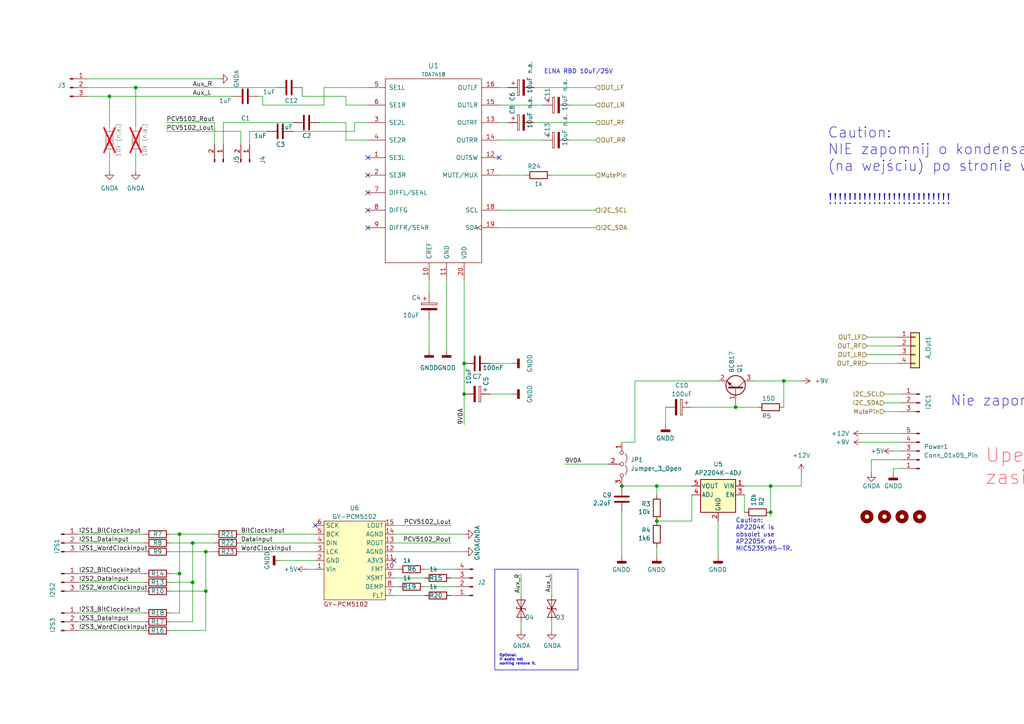
<source format=kicad_sch>
(kicad_sch (version 20230121) (generator eeschema)
  (paper "A4")
  (lib_symbols
    (symbol "Connector:Conn_01x02_Pin" (pin_names (offset 1.016) hide)
      (property "Reference" "J" (at 0 2.54 0))
      (property "Value" "Conn_01x02_Pin" (at 0 -5.08 0))
      (symbol "Conn_01x02_Pin_1_1"
        (polyline (pts (xy 1.27 -2.54) (xy 0.8636 -2.54)) (stroke (width 0.1524)))
        (polyline (pts (xy 1.27 0) (xy 0.8636 0)) (stroke (width 0.1524)))
        (rectangle (start 0.8636 -2.413) (end 0 -2.667) (stroke (width 0.1524)) (fill (type outline)))
        (rectangle (start 0.8636 0.127) (end 0 -0.127) (stroke (width 0.1524)) (fill (type outline)))
        (pin passive line (at 5.08 0 180) (length 3.81) (name "Pin_1") (number "1"))
        (pin passive line (at 5.08 -2.54 180) (length 3.81) (name "Pin_2") (number "2"))
      )
    )
    (symbol "Connector:Conn_01x03_Pin" (pin_names (offset 1.016) hide)
      (property "Reference" "J" (at 0 5.08 0))
      (property "Value" "Conn_01x03_Pin" (at 0 -5.08 0))
      (symbol "Conn_01x03_Pin_1_1"
        (polyline (pts (xy 1.27 -2.54) (xy 0.8636 -2.54)) (stroke (width 0.1524)))
        (polyline (pts (xy 1.27 0) (xy 0.8636 0)) (stroke (width 0.1524)))
        (polyline (pts (xy 1.27 2.54) (xy 0.8636 2.54)) (stroke (width 0.1524)))
        (rectangle (start 0.8636 -2.413) (end 0 -2.667) (stroke (width 0.1524)) (fill (type outline)))
        (rectangle (start 0.8636 0.127) (end 0 -0.127) (stroke (width 0.1524)) (fill (type outline)))
        (rectangle (start 0.8636 2.667) (end 0 2.413) (stroke (width 0.1524)) (fill (type outline)))
        (pin passive line (at 5.08 2.54 180) (length 3.81) (name "Pin_1") (number "1"))
        (pin passive line (at 5.08 0 180) (length 3.81) (name "Pin_2") (number "2"))
        (pin passive line (at 5.08 -2.54 180) (length 3.81) (name "Pin_3") (number "3"))
      )
    )
    (symbol "Connector:Conn_01x04_Pin" (pin_names (offset 1.016) hide)
      (property "Reference" "J" (at 0 5.08 0))
      (property "Value" "Conn_01x04_Pin" (at 0 -7.62 0))
      (symbol "Conn_01x04_Pin_1_1"
        (polyline (pts (xy 1.27 -5.08) (xy 0.8636 -5.08)) (stroke (width 0.1524)))
        (polyline (pts (xy 1.27 -2.54) (xy 0.8636 -2.54)) (stroke (width 0.1524)))
        (polyline (pts (xy 1.27 0) (xy 0.8636 0)) (stroke (width 0.1524)))
        (polyline (pts (xy 1.27 2.54) (xy 0.8636 2.54)) (stroke (width 0.1524)))
        (rectangle (start 0.8636 -4.953) (end 0 -5.207) (stroke (width 0.1524)) (fill (type outline)))
        (rectangle (start 0.8636 -2.413) (end 0 -2.667) (stroke (width 0.1524)) (fill (type outline)))
        (rectangle (start 0.8636 0.127) (end 0 -0.127) (stroke (width 0.1524)) (fill (type outline)))
        (rectangle (start 0.8636 2.667) (end 0 2.413) (stroke (width 0.1524)) (fill (type outline)))
        (pin passive line (at 5.08 2.54 180) (length 3.81) (name "Pin_1") (number "1"))
        (pin passive line (at 5.08 0 180) (length 3.81) (name "Pin_2") (number "2"))
        (pin passive line (at 5.08 -2.54 180) (length 3.81) (name "Pin_3") (number "3"))
        (pin passive line (at 5.08 -5.08 180) (length 3.81) (name "Pin_4") (number "4"))
      )
    )
    (symbol "Connector:Conn_01x05_Pin" (pin_names (offset 1.016) hide)
      (property "Reference" "J" (at 0 7.62 0))
      (property "Value" "Conn_01x05_Pin" (at 0 -7.62 0))
      (symbol "Conn_01x05_Pin_1_1"
        (polyline (pts (xy 1.27 -5.08) (xy 0.8636 -5.08)) (stroke (width 0.1524)))
        (polyline (pts (xy 1.27 -2.54) (xy 0.8636 -2.54)) (stroke (width 0.1524)))
        (polyline (pts (xy 1.27 0) (xy 0.8636 0)) (stroke (width 0.1524)))
        (polyline (pts (xy 1.27 2.54) (xy 0.8636 2.54)) (stroke (width 0.1524)))
        (polyline (pts (xy 1.27 5.08) (xy 0.8636 5.08)) (stroke (width 0.1524)))
        (rectangle (start 0.8636 -4.953) (end 0 -5.207) (stroke (width 0.1524)) (fill (type outline)))
        (rectangle (start 0.8636 -2.413) (end 0 -2.667) (stroke (width 0.1524)) (fill (type outline)))
        (rectangle (start 0.8636 0.127) (end 0 -0.127) (stroke (width 0.1524)) (fill (type outline)))
        (rectangle (start 0.8636 2.667) (end 0 2.413) (stroke (width 0.1524)) (fill (type outline)))
        (rectangle (start 0.8636 5.207) (end 0 4.953) (stroke (width 0.1524)) (fill (type outline)))
        (pin passive line (at 5.08 5.08 180) (length 3.81) (name "Pin_1") (number "1"))
        (pin passive line (at 5.08 2.54 180) (length 3.81) (name "Pin_2") (number "2"))
        (pin passive line (at 5.08 0 180) (length 3.81) (name "Pin_3") (number "3"))
        (pin passive line (at 5.08 -2.54 180) (length 3.81) (name "Pin_4") (number "4"))
        (pin passive line (at 5.08 -5.08 180) (length 3.81) (name "Pin_5") (number "5"))
      )
    )
    (symbol "Connector_Generic:Conn_01x04" (pin_names (offset 1.016) hide)
      (property "Reference" "J" (at 0 5.08 0))
      (property "Value" "Conn_01x04" (at 0 -7.62 0))
      (symbol "Conn_01x04_1_1"
        (rectangle (start -1.27 -4.953) (end 0 -5.207) (stroke (width 0.1524)))
        (rectangle (start -1.27 -2.413) (end 0 -2.667) (stroke (width 0.1524)))
        (rectangle (start -1.27 0.127) (end 0 -0.127) (stroke (width 0.1524)))
        (rectangle (start -1.27 2.667) (end 0 2.413) (stroke (width 0.1524)))
        (rectangle (start -1.27 3.81) (end 1.27 -6.35) (stroke (width 0.254)) (fill (type background)))
        (pin passive line (at -5.08 2.54 0) (length 3.81) (name "Pin_1") (number "1"))
        (pin passive line (at -5.08 0 0) (length 3.81) (name "Pin_2") (number "2"))
        (pin passive line (at -5.08 -2.54 0) (length 3.81) (name "Pin_3") (number "3"))
        (pin passive line (at -5.08 -5.08 0) (length 3.81) (name "Pin_4") (number "4"))
      )
    )
    (symbol "Device:C" (pin_numbers hide) (pin_names (offset 0.254))
      (property "Reference" "C" (at 0.635 2.54 0))
      (property "Value" "C" (at 0.635 -2.54 0))
      (symbol "C_0_1"
        (polyline (pts (xy -2.032 -0.762) (xy 2.032 -0.762)) (stroke (width 0.508)))
        (polyline (pts (xy -2.032 0.762) (xy 2.032 0.762)) (stroke (width 0.508)))
      )
      (symbol "C_1_1"
        (pin passive line (at 0 3.81 270) (length 2.794) (name "~") (number "1"))
        (pin passive line (at 0 -3.81 90) (length 2.794) (name "~") (number "2"))
      )
    )
    (symbol "Device:C_Polarized" (pin_numbers hide) (pin_names (offset 0.254))
      (property "Reference" "C" (at 0.635 2.54 0))
      (property "Value" "C_Polarized" (at 0.635 -2.54 0))
      (symbol "C_Polarized_0_1"
        (rectangle (start -2.286 0.508) (end 2.286 1.016))
        (polyline (pts (xy -1.778 2.286) (xy -0.762 2.286)))
        (polyline (pts (xy -1.27 2.794) (xy -1.27 1.778)))
        (rectangle (start 2.286 -0.508) (end -2.286 -1.016) (fill (type outline)))
      )
      (symbol "C_Polarized_1_1"
        (pin passive line (at 0 3.81 270) (length 2.794) (name "~") (number "1"))
        (pin passive line (at 0 -3.81 90) (length 2.794) (name "~") (number "2"))
      )
    )
    (symbol "Device:R" (pin_numbers hide) (pin_names (offset 0))
      (property "Reference" "R" (at 2.032 0 90))
      (property "Value" "R" (at 0 0 90))
      (symbol "R_0_1"
        (rectangle (start -1.016 -2.54) (end 1.016 2.54) (stroke (width 0.254)))
      )
      (symbol "R_1_1"
        (pin passive line (at 0 3.81 270) (length 1.27) (name "~") (number "1"))
        (pin passive line (at 0 -3.81 90) (length 1.27) (name "~") (number "2"))
      )
    )
    (symbol "Diode:ESD9B3.3ST5G" (pin_numbers hide) (pin_names (offset 1.016) hide)
      (property "Reference" "D" (at 0 2.54 0))
      (property "Value" "ESD9B3.3ST5G" (at 0 -2.54 0))
      (symbol "ESD9B3.3ST5G_0_1"
        (polyline (pts (xy 1.27 0) (xy -1.27 0)))
        (polyline (pts (xy -2.54 -1.27) (xy 0 0) (xy -2.54 1.27) (xy -2.54 -1.27)) (stroke (width 0.2032)))
        (polyline (pts (xy 0.508 1.27) (xy 0 1.27) (xy 0 -1.27) (xy -0.508 -1.27)) (stroke (width 0.2032)))
        (polyline (pts (xy 2.54 1.27) (xy 2.54 -1.27) (xy 0 0) (xy 2.54 1.27)) (stroke (width 0.2032)))
      )
      (symbol "ESD9B3.3ST5G_1_1"
        (pin passive line (at -3.81 0 0) (length 2.54) (name "A1") (number "1"))
        (pin passive line (at 3.81 0 180) (length 2.54) (name "A2") (number "2"))
      )
    )
    (symbol "GY-PCM5102:GY-PCM5102"
      (property "Reference" "U" (at -7.62 6.35 0))
      (property "Value" "GY-PCM5102" (at 0 0 0))
      (symbol "GY-PCM5102_0_0"
        (text "GY-PCM5102" (at -2.54 -19.05 0) (effects (font (size 1.27 1.27))))
      )
      (symbol "GY-PCM5102_1_1"
        (rectangle (start -8.89 5.08) (end 8.89 -17.78) (fill (type background)))
        (pin power_in line (at -11.43 -8.89 0) (length 2.54) (name "Vin") (number "1"))
        (pin input line (at 11.43 -8.89 180) (length 2.54) (name "FMT") (number "10"))
        (pin input line (at 11.43 -6.35 180) (length 2.54) (name "A3V3") (number "11"))
        (pin input line (at 11.43 -3.81 180) (length 2.54) (name "AGND") (number "12"))
        (pin input line (at 11.43 -1.27 180) (length 2.54) (name "ROUT") (number "13"))
        (pin input line (at 11.43 1.27 180) (length 2.54) (name "AGND") (number "14"))
        (pin input line (at 11.43 3.81 180) (length 2.54) (name "LOUT") (number "15"))
        (pin power_in line (at -11.43 -6.35 0) (length 2.54) (name "GND") (number "2"))
        (pin input line (at -11.43 -3.81 0) (length 2.54) (name "LCK") (number "3"))
        (pin input line (at -11.43 -1.27 0) (length 2.54) (name "DIN") (number "4"))
        (pin input line (at -11.43 1.27 0) (length 2.54) (name "BCK") (number "5"))
        (pin input line (at -11.43 3.81 0) (length 2.54) (name "SCK") (number "6"))
        (pin input line (at 11.43 -16.51 180) (length 2.54) (name "FLT") (number "7"))
        (pin input line (at 11.43 -13.97 180) (length 2.54) (name "DEMP") (number "8"))
        (pin input line (at 11.43 -11.43 180) (length 2.54) (name "XSMT") (number "9"))
      )
    )
    (symbol "Jumper:Jumper_3_Open" (pin_names (offset 0) hide)
      (property "Reference" "JP" (at -2.54 -2.54 0))
      (property "Value" "Jumper_3_Open" (at 0 2.794 0))
      (symbol "Jumper_3_Open_0_0"
        (circle (center -3.302 0) (radius 0.508))
        (circle (center 0 0) (radius 0.508))
        (circle (center 3.302 0) (radius 0.508))
      )
      (symbol "Jumper_3_Open_0_1"
        (arc (start -0.254 1.016) (mid -1.651 1.4992) (end -3.048 1.016))
        (polyline (pts (xy 0 -0.508) (xy 0 -1.27)))
        (arc (start 3.048 1.016) (mid 1.651 1.4992) (end 0.254 1.016))
      )
      (symbol "Jumper_3_Open_1_1"
        (pin passive line (at -6.35 0 0) (length 2.54) (name "A") (number "1"))
        (pin passive line (at 0 -3.81 90) (length 2.54) (name "C") (number "2"))
        (pin passive line (at 6.35 0 180) (length 2.54) (name "B") (number "3"))
      )
    )
    (symbol "Mechanical:MountingHole" (pin_names (offset 1.016))
      (property "Reference" "H" (at 0 5.08 0))
      (property "Value" "MountingHole" (at 0 3.175 0))
      (symbol "MountingHole_0_1"
        (circle (center 0 0) (radius 1.27) (stroke (width 1.27)))
      )
    )
    (symbol "Regulator_Linear:AP2204K-ADJ" (pin_names (offset 0.254))
      (property "Reference" "U" (at -5.08 5.715 0))
      (property "Value" "AP2204K-ADJ" (at 0 5.715 0))
      (symbol "AP2204K-ADJ_0_1"
        (rectangle (start -5.08 4.445) (end 5.08 -5.08) (stroke (width 0.254)) (fill (type background)))
      )
      (symbol "AP2204K-ADJ_1_1"
        (pin power_in line (at -7.62 2.54 0) (length 2.54) (name "VIN") (number "1"))
        (pin power_in line (at 0 -7.62 90) (length 2.54) (name "GND") (number "2"))
        (pin input line (at -7.62 0 0) (length 2.54) (name "EN") (number "3"))
        (pin input line (at 7.62 0 180) (length 2.54) (name "ADJ") (number "4"))
        (pin power_out line (at 7.62 2.54 180) (length 2.54) (name "VOUT") (number "5"))
      )
    )
    (symbol "Transistor_BJT:BC817" (pin_names (offset 0) hide)
      (property "Reference" "Q" (at 5.08 1.905 0))
      (property "Value" "BC817" (at 5.08 0 0))
      (symbol "BC817_0_1"
        (polyline (pts (xy 0.635 0.635) (xy 2.54 2.54)))
        (polyline (pts (xy 0.635 -0.635) (xy 2.54 -2.54) (xy 2.54 -2.54)))
        (polyline (pts (xy 0.635 1.905) (xy 0.635 -1.905) (xy 0.635 -1.905)) (stroke (width 0.508)))
        (polyline (pts (xy 1.27 -1.778) (xy 1.778 -1.27) (xy 2.286 -2.286) (xy 1.27 -1.778) (xy 1.27 -1.778)) (fill (type outline)))
        (circle (center 1.27 0) (radius 2.8194) (stroke (width 0.254)))
      )
      (symbol "BC817_1_1"
        (pin input line (at -5.08 0 0) (length 5.715) (name "B") (number "1"))
        (pin passive line (at 2.54 -5.08 90) (length 2.54) (name "E") (number "2"))
        (pin passive line (at 2.54 5.08 270) (length 2.54) (name "C") (number "3"))
      )
    )
    (symbol "power:+12V" (power) (pin_names (offset 0))
      (property "Value" "+12V" (at 0 3.556 0))
      (symbol "+12V_0_1"
        (polyline (pts (xy -0.762 1.27) (xy 0 2.54)))
        (polyline (pts (xy 0 0) (xy 0 2.54)))
        (polyline (pts (xy 0 2.54) (xy 0.762 1.27)))
      )
      (symbol "+12V_1_1"
        (pin power_in line (at 0 0 90) (length 0) hide (name "+12V") (number "1"))
      )
    )
    (symbol "power:+5V" (power) (pin_names (offset 0))
      (property "Value" "+5V" (at 0 3.556 0))
      (symbol "+5V_0_1"
        (polyline (pts (xy -0.762 1.27) (xy 0 2.54)))
        (polyline (pts (xy 0 0) (xy 0 2.54)))
        (polyline (pts (xy 0 2.54) (xy 0.762 1.27)))
      )
      (symbol "+5V_1_1"
        (pin power_in line (at 0 0 90) (length 0) hide (name "+5V") (number "1"))
      )
    )
    (symbol "power:+9V" (power) (pin_names (offset 0))
      (property "Value" "+9V" (at 0 3.556 0))
      (symbol "+9V_0_1"
        (polyline (pts (xy -0.762 1.27) (xy 0 2.54)))
        (polyline (pts (xy 0 0) (xy 0 2.54)))
        (polyline (pts (xy 0 2.54) (xy 0.762 1.27)))
      )
      (symbol "+9V_1_1"
        (pin power_in line (at 0 0 90) (length 0) hide (name "+9V") (number "1"))
      )
    )
    (symbol "power:GNDA" (power) (pin_names (offset 0))
      (property "Value" "GNDA" (at 0 -3.81 0))
      (symbol "GNDA_0_1"
        (polyline (pts (xy 0 0) (xy 0 -1.27) (xy 1.27 -1.27) (xy 0 -2.54) (xy -1.27 -1.27) (xy 0 -1.27)))
      )
      (symbol "GNDA_1_1"
        (pin power_in line (at 0 0 270) (length 0) hide (name "GNDA") (number "1"))
      )
    )
    (symbol "power:GNDD" (power) (pin_names (offset 0))
      (property "Value" "GNDD" (at 0 -3.175 0))
      (symbol "GNDD_0_1"
        (rectangle (start -1.27 -1.524) (end 1.27 -2.032) (stroke (width 0.254)) (fill (type outline)))
        (polyline (pts (xy 0 0) (xy 0 -1.524)))
      )
      (symbol "GNDD_1_1"
        (pin power_in line (at 0 0 270) (length 0) hide (name "GNDD") (number "1"))
      )
    )
    (symbol "silelis_TDA7418:TDA7418" (pin_names (offset 1.016))
      (property "Reference" "U" (at -10.16 40.64 0))
      (property "Value" "TDA7418" (at -10.16 -15.24 0))
      (symbol "TDA7418_1_0"
        (polyline (pts (xy -10.16 -12.7) (xy -10.16 40.64)))
        (polyline (pts (xy -10.16 40.64) (xy 17.78 40.64)))
        (polyline (pts (xy 17.78 -12.7) (xy -10.16 -12.7)))
        (polyline (pts (xy 17.78 40.64) (xy 17.78 -12.7)))
        (pin input line (at -15.24 17.78 0) (length 5.08) (name "SE3L") (number "1"))
        (pin passive line (at 2.54 -17.78 90) (length 5.08) (name "CREF") (number "10"))
        (pin power_in line (at 7.62 -17.78 90) (length 5.08) (name "GND") (number "11"))
        (pin output line (at 22.86 17.78 180) (length 5.08) (name "OUTSW") (number "12"))
        (pin output line (at 22.86 27.94 180) (length 5.08) (name "OUTRF") (number "13"))
        (pin output line (at 22.86 22.86 180) (length 5.08) (name "OUTRR") (number "14"))
        (pin output line (at 22.86 33.02 180) (length 5.08) (name "OUTLR") (number "15"))
        (pin output line (at 22.86 38.1 180) (length 5.08) (name "OUTLF") (number "16"))
        (pin bidirectional line (at 22.86 12.7 180) (length 5.08) (name "MUTE/MUX") (number "17"))
        (pin bidirectional line (at 22.86 2.54 180) (length 5.08) (name "SCL") (number "18"))
        (pin bidirectional clock (at 22.86 -2.54 180) (length 5.08) (name "SDA") (number "19"))
        (pin input line (at -15.24 12.7 0) (length 5.08) (name "SE3R") (number "2"))
        (pin power_in line (at 12.7 -17.78 90) (length 5.08) (name "VDD") (number "20"))
        (pin input line (at -15.24 27.94 0) (length 5.08) (name "SE2L") (number "3"))
        (pin input line (at -15.24 22.86 0) (length 5.08) (name "SE2R") (number "4"))
        (pin input line (at -15.24 38.1 0) (length 5.08) (name "SE1L") (number "5"))
        (pin input line (at -15.24 33.02 0) (length 5.08) (name "SE1R") (number "6"))
        (pin input line (at -15.24 7.62 0) (length 5.08) (name "DIFFL/SE4L") (number "7"))
        (pin input line (at -15.24 2.54 0) (length 5.08) (name "DIFFG") (number "8"))
        (pin input line (at -15.24 -2.54 0) (length 5.08) (name "DIFFR/SE4R") (number "9"))
      )
    )
  )
  (junction (at 227.33 110.49))
  (junction (at 190.5 140.97))
  (junction (at 134.62 105.41))
  (junction (at 59.69 171.45))
  (junction (at 223.52 140.97))
  (junction (at 213.36 118.11))
  (junction (at 31.75 27.94))
  (junction (at 223.52 148.59))
  (junction (at 39.37 25.4))
  (junction (at 55.88 168.91))
  (junction (at 52.07 154.94))
  (junction (at 55.88 157.48))
  (junction (at 52.07 166.37))
  (junction (at 190.5 151.13))
  (junction (at 134.62 114.3))
  (junction (at 180.34 140.97))
  (junction (at 59.69 160.02))
  (no_connect (at 91.44 152.4))
  (no_connect (at 106.68 50.8))
  (no_connect (at 106.68 55.88))
  (no_connect (at 106.68 66.04))
  (no_connect (at 114.3 162.56))
  (no_connect (at 106.68 45.72))
  (no_connect (at 144.78 45.72))
  (no_connect (at 106.68 60.96))
  (wire (pts (xy 114.3 170.18) (xy 115.57 170.18)))
  (wire (pts (xy 252.73 137.16) (xy 252.73 133.35)))
  (wire (pts (xy 92.71 35.56) (xy 100.33 35.56)))
  (wire (pts (xy 64.77 35.56) (xy 85.09 35.56)))
  (wire (pts (xy 259.08 130.81) (xy 261.62 130.81)))
  (wire (pts (xy 130.81 172.72) (xy 132.08 172.72)))
  (wire (pts (xy 259.08 135.89) (xy 261.62 135.89)))
  (wire (pts (xy 59.69 160.02) (xy 62.23 160.02)))
  (wire (pts (xy 49.53 182.88) (xy 59.69 182.88)))
  (polyline (pts (xy 167.64 194.31) (xy 143.51 194.31)))
  (wire (pts (xy 160.02 166.37) (xy 160.02 172.72)))
  (wire (pts (xy 87.63 27.94) (xy 87.63 25.4)))
  (wire (pts (xy 93.98 30.48) (xy 93.98 25.4)))
  (wire (pts (xy 180.34 140.97) (xy 190.5 140.97)))
  (wire (pts (xy 114.3 172.72) (xy 123.19 172.72)))
  (wire (pts (xy 130.81 167.64) (xy 132.08 167.64)))
  (wire (pts (xy 190.5 158.75) (xy 190.5 161.29)))
  (wire (pts (xy 59.69 171.45) (xy 59.69 160.02)))
  (wire (pts (xy 39.37 25.4) (xy 25.4 25.4)))
  (wire (pts (xy 114.3 152.4) (xy 130.81 152.4)))
  (wire (pts (xy 147.32 25.4) (xy 144.78 25.4)))
  (wire (pts (xy 49.53 177.8) (xy 52.07 177.8)))
  (wire (pts (xy 184.15 110.49) (xy 184.15 128.27)))
  (wire (pts (xy 102.87 35.56) (xy 106.68 35.56)))
  (wire (pts (xy 22.86 168.91) (xy 41.91 168.91)))
  (wire (pts (xy 157.48 30.48) (xy 144.78 30.48)))
  (wire (pts (xy 22.86 166.37) (xy 41.91 166.37)))
  (wire (pts (xy 85.09 38.1) (xy 102.87 38.1)))
  (wire (pts (xy 49.53 171.45) (xy 59.69 171.45)))
  (wire (pts (xy 123.19 165.1) (xy 132.08 165.1)))
  (wire (pts (xy 193.04 118.11) (xy 193.04 123.19)))
  (wire (pts (xy 232.41 137.16) (xy 232.41 140.97)))
  (wire (pts (xy 251.46 97.79) (xy 260.35 97.79)))
  (wire (pts (xy 256.54 119.38) (xy 261.62 119.38)))
  (wire (pts (xy 114.3 165.1) (xy 115.57 165.1)))
  (wire (pts (xy 31.75 27.94) (xy 25.4 27.94)))
  (wire (pts (xy 190.5 151.13) (xy 200.66 151.13)))
  (wire (pts (xy 72.39 38.1) (xy 77.47 38.1)))
  (wire (pts (xy 223.52 148.59) (xy 223.52 149.86)))
  (wire (pts (xy 49.53 160.02) (xy 59.69 160.02)))
  (wire (pts (xy 251.46 102.87) (xy 260.35 102.87)))
  (wire (pts (xy 72.39 41.91) (xy 72.39 38.1)))
  (wire (pts (xy 251.46 100.33) (xy 260.35 100.33)))
  (wire (pts (xy 215.9 140.97) (xy 223.52 140.97)))
  (wire (pts (xy 213.36 118.11) (xy 219.71 118.11)))
  (wire (pts (xy 250.19 125.73) (xy 261.62 125.73)))
  (wire (pts (xy 200.66 151.13) (xy 200.66 143.51)))
  (wire (pts (xy 88.9 165.1) (xy 91.44 165.1)))
  (wire (pts (xy 172.72 30.48) (xy 165.1 30.48)))
  (wire (pts (xy 124.46 92.71) (xy 124.46 101.6)))
  (wire (pts (xy 31.75 27.94) (xy 31.75 36.83)))
  (wire (pts (xy 144.78 66.04) (xy 172.72 66.04)))
  (wire (pts (xy 76.2 27.94) (xy 74.93 27.94)))
  (polyline (pts (xy 143.51 194.31) (xy 143.51 165.1)))
  (wire (pts (xy 124.46 81.28) (xy 124.46 85.09)))
  (wire (pts (xy 49.53 166.37) (xy 52.07 166.37)))
  (wire (pts (xy 172.72 40.64) (xy 165.1 40.64)))
  (wire (pts (xy 114.3 167.64) (xy 123.19 167.64)))
  (wire (pts (xy 259.08 137.16) (xy 259.08 135.89)))
  (wire (pts (xy 215.9 143.51) (xy 215.9 148.59)))
  (wire (pts (xy 22.86 177.8) (xy 41.91 177.8)))
  (wire (pts (xy 55.88 157.48) (xy 62.23 157.48)))
  (wire (pts (xy 142.24 105.41) (xy 148.59 105.41)))
  (wire (pts (xy 160.02 50.8) (xy 172.72 50.8)))
  (wire (pts (xy 63.5 22.86) (xy 25.4 22.86)))
  (wire (pts (xy 69.85 160.02) (xy 91.44 160.02)))
  (wire (pts (xy 134.62 105.41) (xy 134.62 81.28)))
  (wire (pts (xy 49.53 157.48) (xy 55.88 157.48)))
  (wire (pts (xy 69.85 157.48) (xy 91.44 157.48)))
  (wire (pts (xy 227.33 110.49) (xy 227.33 118.11)))
  (wire (pts (xy 69.85 41.91) (xy 69.85 38.1)))
  (wire (pts (xy 180.34 148.59) (xy 180.34 161.29)))
  (wire (pts (xy 22.86 171.45) (xy 41.91 171.45)))
  (wire (pts (xy 39.37 25.4) (xy 39.37 36.83)))
  (wire (pts (xy 49.53 154.94) (xy 52.07 154.94)))
  (wire (pts (xy 157.48 40.64) (xy 144.78 40.64)))
  (wire (pts (xy 49.53 168.91) (xy 55.88 168.91)))
  (wire (pts (xy 81.28 162.56) (xy 91.44 162.56)))
  (wire (pts (xy 114.3 154.94) (xy 134.62 154.94)))
  (wire (pts (xy 59.69 182.88) (xy 59.69 171.45)))
  (wire (pts (xy 100.33 35.56) (xy 100.33 40.64)))
  (wire (pts (xy 252.73 133.35) (xy 261.62 133.35)))
  (wire (pts (xy 223.52 140.97) (xy 232.41 140.97)))
  (wire (pts (xy 55.88 180.34) (xy 55.88 168.91)))
  (wire (pts (xy 93.98 25.4) (xy 106.68 25.4)))
  (wire (pts (xy 22.86 157.48) (xy 41.91 157.48)))
  (wire (pts (xy 76.2 27.94) (xy 76.2 30.48)))
  (wire (pts (xy 142.24 114.3) (xy 148.59 114.3)))
  (wire (pts (xy 80.01 25.4) (xy 39.37 25.4)))
  (wire (pts (xy 250.19 128.27) (xy 261.62 128.27)))
  (wire (pts (xy 256.54 116.84) (xy 261.62 116.84)))
  (wire (pts (xy 49.53 180.34) (xy 55.88 180.34)))
  (wire (pts (xy 184.15 110.49) (xy 208.28 110.49)))
  (wire (pts (xy 144.78 50.8) (xy 152.4 50.8)))
  (wire (pts (xy 22.86 160.02) (xy 41.91 160.02)))
  (wire (pts (xy 227.33 110.49) (xy 232.41 110.49)))
  (wire (pts (xy 256.54 114.3) (xy 261.62 114.3)))
  (wire (pts (xy 251.46 105.41) (xy 260.35 105.41)))
  (wire (pts (xy 102.87 38.1) (xy 102.87 35.56)))
  (wire (pts (xy 76.2 30.48) (xy 93.98 30.48)))
  (wire (pts (xy 129.54 81.28) (xy 129.54 101.6)))
  (wire (pts (xy 100.33 30.48) (xy 106.68 30.48)))
  (wire (pts (xy 123.19 170.18) (xy 132.08 170.18)))
  (wire (pts (xy 55.88 168.91) (xy 55.88 157.48)))
  (polyline (pts (xy 143.51 165.1) (xy 167.64 165.1)))
  (wire (pts (xy 184.15 128.27) (xy 180.34 128.27)))
  (wire (pts (xy 52.07 154.94) (xy 62.23 154.94)))
  (wire (pts (xy 69.85 154.94) (xy 91.44 154.94)))
  (wire (pts (xy 39.37 44.45) (xy 39.37 49.53)))
  (wire (pts (xy 160.02 180.34) (xy 160.02 182.88)))
  (wire (pts (xy 151.13 166.37) (xy 151.13 172.72)))
  (wire (pts (xy 31.75 44.45) (xy 31.75 49.53)))
  (wire (pts (xy 67.31 27.94) (xy 31.75 27.94)))
  (wire (pts (xy 114.3 157.48) (xy 130.81 157.48)))
  (wire (pts (xy 48.26 38.1) (xy 69.85 38.1)))
  (wire (pts (xy 163.83 134.62) (xy 176.53 134.62)))
  (wire (pts (xy 62.23 41.91) (xy 62.23 35.56)))
  (wire (pts (xy 172.72 25.4) (xy 154.94 25.4)))
  (polyline (pts (xy 167.64 165.1) (xy 167.64 194.31)))
  (wire (pts (xy 100.33 40.64) (xy 106.68 40.64)))
  (wire (pts (xy 200.66 118.11) (xy 213.36 118.11)))
  (wire (pts (xy 134.62 114.3) (xy 134.62 123.19)))
  (wire (pts (xy 223.52 140.97) (xy 223.52 148.59)))
  (wire (pts (xy 190.5 140.97) (xy 200.66 140.97)))
  (wire (pts (xy 172.72 35.56) (xy 154.94 35.56)))
  (wire (pts (xy 22.86 180.34) (xy 41.91 180.34)))
  (wire (pts (xy 151.13 180.34) (xy 151.13 182.88)))
  (wire (pts (xy 87.63 27.94) (xy 100.33 27.94)))
  (wire (pts (xy 208.28 151.13) (xy 208.28 161.29)))
  (wire (pts (xy 48.26 35.56) (xy 62.23 35.56)))
  (wire (pts (xy 22.86 182.88) (xy 41.91 182.88)))
  (wire (pts (xy 190.5 140.97) (xy 190.5 143.51)))
  (wire (pts (xy 64.77 41.91) (xy 64.77 35.56)))
  (wire (pts (xy 134.62 105.41) (xy 134.62 114.3)))
  (wire (pts (xy 144.78 60.96) (xy 172.72 60.96)))
  (wire (pts (xy 218.44 110.49) (xy 227.33 110.49)))
  (wire (pts (xy 22.86 154.94) (xy 41.91 154.94)))
  (wire (pts (xy 52.07 166.37) (xy 52.07 154.94)))
  (wire (pts (xy 52.07 177.8) (xy 52.07 166.37)))
  (wire (pts (xy 114.3 160.02) (xy 134.62 160.02)))
  (wire (pts (xy 147.32 35.56) (xy 144.78 35.56)))
  (wire (pts (xy 100.33 27.94) (xy 100.33 30.48)))
  (text "Nie zapomnieć o rezystorach podciągających" (at 275.59 118.11 0) (effects (font (size 2.9972 2.9972)) (justify left bottom)))
  (text "Upewnij się, że na wejściu\nzasilania jest filtr!!!" (at 285.75 140.97 0) (effects (font (size 4 4)) (justify left bottom)))
  (text "Optional.\nIf audio not \nworking remove it." (at 144.78 193.04 0) (effects (font (size 0.75 0.75)) (justify left bottom)))
  (text "ELNA RBD 10uF/25V" (at 177.8 21.59 0) (effects (font (size 1.27 1.27)) (justify right bottom)))
  (text "Caution:\nNIE zapomnij o kondensatorach\n(na wejściu) po stronie wzmacniacza !!!!!!!!!!!!!!!!!!!!!!!!!!!\n\n!!!!!!!!!!!!!!!!!!!!!!!!!" (at 240.03 59.69 0) (effects (font (size 2.9972 2.9972)) (justify left bottom)))
  (text "Caution:\nAP2204K is\nobsolet use\nAP2205K or\nMIC5235YM5-TR." (at 213.36 160.02 0) (effects (font (size 1.27 1.27)) (justify left bottom)))
  (label "Aux_R" (at 151.13 166.37 270))
  (label "PCV5102_Rout" (at 130.81 157.48 180))
  (label "PCV5102_Lout" (at 130.81 152.4 180))
  (label "I2S1_WordClockInput" (at 22.86 160.02 0))
  (label "Aux_L" (at 160.02 166.37 270))
  (label "I2S1_BitClockInput" (at 22.86 154.94 0))
  (label "Aux_L" (at 55.88 27.94 0))
  (label "I2S3_WordClockInput" (at 22.86 182.88 0))
  (label "I2S1_DataInput" (at 22.86 157.48 0))
  (label "9V0A" (at 163.83 134.62 0))
  (label "PCV5102_Lout" (at 48.26 38.1 0))
  (label "WordClockInput" (at 69.85 160.02 0))
  (label "I2S2_BitClockInput" (at 22.86 166.37 0))
  (label "PCV5102_Rout" (at 48.26 35.56 0))
  (label "I2S2_WordClockInput" (at 22.86 171.45 0))
  (label "DataInput" (at 69.85 157.48 0))
  (label "9V0A" (at 134.62 123.19 90))
  (label "BitClockInput" (at 69.85 154.94 0))
  (label "Aux_R" (at 55.88 25.4 0))
  (label "I2S3_DataInput" (at 22.86 180.34 0))
  (label "I2S3_BitClockInput" (at 22.86 177.8 0))
  (label "I2S2_DataInput" (at 22.86 168.91 0))
  (hierarchical_label "I2C_SDA" (shape input) (at 172.72 66.04 0))
  (hierarchical_label "MutePin" (shape input) (at 172.72 50.8 0))
  (hierarchical_label "OUT_RR" (shape input) (at 251.46 105.41 180))
  (hierarchical_label "OUT_RR" (shape input) (at 172.72 40.64 0))
  (hierarchical_label "I2C_SCL" (shape input) (at 172.72 60.96 0))
  (hierarchical_label "I2C_SCL" (shape input) (at 256.54 114.3 180))
  (hierarchical_label "OUT_RF" (shape input) (at 251.46 100.33 180))
  (hierarchical_label "I2C_SDA" (shape input) (at 256.54 116.84 180))
  (hierarchical_label "MutePin" (shape input) (at 256.54 119.38 180))
  (hierarchical_label "OUT_LF" (shape input) (at 172.72 25.4 0))
  (hierarchical_label "OUT_RF" (shape input) (at 172.72 35.56 0))
  (hierarchical_label "OUT_LF" (shape input) (at 251.46 97.79 180))
  (hierarchical_label "OUT_LR" (shape input) (at 251.46 102.87 180))
  (hierarchical_label "OUT_LR" (shape input) (at 172.72 30.48 0))
  (symbol (lib_id "power:GNDA") (at 160.02 182.88 0) (unit 1)
    (property "Reference" "#PWR0102" (effects hide))
    (property "Value" "GNDA" (at 160.147 187.2742 0))
  )
  (symbol (lib_id "power:GNDA") (at 151.13 182.88 0) (unit 1)
    (property "Reference" "#PWR0101" (effects hide))
    (property "Value" "GNDA" (at 151.257 187.2742 0))
  )
  (symbol (lib_id "Device:R") (at 190.5 154.94 0) (mirror x) (unit 1)
    (property "Reference" "R4" (at 188.722 153.7716 0) (effects (justify right)))
    (property "Value" "1k6" (at 188.722 156.083 0) (effects (justify right)))
    (property "Footprint" "Resistor_SMD:R_0603_1608Metric" (effects hide))
    (property "Module" "DAB+" (effects hide))
    (property "TME no." "RC0603FR-1310KL" (effects hide))
  )
  (symbol (lib_id "Connector:Conn_01x03_Pin") (at 266.7 116.84 0) (mirror y) (unit 1)
    (property "Reference" "I2C1" (at 269.24 114.3 90) (effects (justify right)))
    (property "Value" "Conn_01x03_Pin" (effects hide))
    (property "Footprint" "Connector_PinHeader_2.54mm:PinHeader_1x03_P2.54mm_Vertical" (effects hide))
    (property "Datasheet" "~" (at 266.7 116.84 0))
    (property "TME no." "n/a" (effects hide))
  )
  (symbol (lib_id "Device:R") (at 45.72 182.88 90) (unit 1)
    (property "Reference" "R16" (at 45.72 182.88 90))
    (property "Value" "90-165-330" (effects hide))
    (property "Footprint" "Resistor_SMD:R_0603_1608Metric" (effects hide))
  )
  (symbol (lib_id "Device:R") (at 45.72 166.37 90) (unit 1)
    (property "Reference" "R14" (at 45.72 166.37 90))
    (property "Value" "90-165-330" (effects hide))
    (property "Footprint" "Resistor_SMD:R_0603_1608Metric" (effects hide))
  )
  (symbol (lib_id "Device:C_Polarized") (at 196.85 118.11 270) (unit 1)
    (property "Reference" "C10" (at 197.739 111.76 90))
    (property "Value" "100uF" (at 197.739 114.3 90))
    (property "Footprint" "Capacitor_THT:CP_Radial_D5.0mm_P2.00mm" (effects hide))
    (property "TME no." "PF1E101MNN6311U" (effects hide))
  )
  (symbol (lib_id "power:GNDA") (at 63.5 22.86 90) (mirror x) (unit 1)
    (property "Reference" "#PWR019" (effects hide))
    (property "Value" "GNDA" (at 68.58 22.86 0))
  )
  (symbol (lib_id "silelis_TDA7418:TDA7418") (at 121.92 63.5 0) (unit 1)
    (property "Reference" "U1" (at 125.73 19.05 0) (effects (font (size 1.4986 1.4986))))
    (property "Value" "TDA7418" (at 125.73 21.59 0) (effects (font (size 1.0668 1.0668))))
    (property "Footprint" "Package_SO:SO-20_12.8x7.5mm_P1.27mm" (effects hide))
  )
  (symbol (lib_id "Device:R") (at 190.5 147.32 0) (mirror x) (unit 1)
    (property "Reference" "R3" (at 188.722 146.1516 0) (effects (justify right)))
    (property "Value" "10k" (at 188.722 148.463 0) (effects (justify right)))
    (property "Footprint" "Resistor_SMD:R_0603_1608Metric" (effects hide))
    (property "Module" "DAB+" (effects hide))
    (property "TME no." "RC0603FR-1310KL" (effects hide))
  )
  (symbol (lib_id "Device:R") (at 45.72 168.91 90) (unit 1)
    (property "Reference" "R13" (at 45.72 168.91 90))
    (property "Value" "90-165-330" (effects hide))
    (property "Footprint" "Resistor_SMD:R_0603_1608Metric" (effects hide))
  )
  (symbol (lib_id "power:GNDD") (at 190.5 161.29 0) (mirror y) (unit 1)
    (property "Reference" "#PWR016" (effects hide))
    (property "Value" "GNDD" (at 190.3984 165.227 0))
  )
  (symbol (lib_id "Mechanical:MountingHole") (at 251.46 149.86 0) (unit 1)
    (property "Reference" "H1" (effects hide))
    (property "Value" "MountingHole" (effects hide))
    (property "Footprint" "MountingHole:MountingHole_3.2mm_M3" (effects hide))
  )
  (symbol (lib_id "Connector:Conn_01x05_Pin") (at 266.7 130.81 180) (unit 1)
    (property "Reference" "Power1" (at 267.97 129.54 0) (effects (justify right)))
    (property "Value" "Conn_01x05_Pin" (at 267.97 132.08 0) (effects (justify right)))
    (property "Footprint" "Connector_PinHeader_2.54mm:PinHeader_1x05_P2.54mm_Vertical" (effects hide))
  )
  (symbol (lib_id "Connector:Conn_01x03_Pin") (at 20.32 25.4 0) (unit 1)
    (property "Reference" "J3" (at 19.05 24.765 0) (effects (justify right)))
    (property "Value" "AudioIn" (effects hide))
    (property "Footprint" "Connector_PinHeader_2.54mm:PinHeader_1x03_P2.54mm_Vertical" (effects hide))
    (property "TME no." "n/a" (effects hide))
  )
  (symbol (lib_id "Device:R") (at 39.37 40.64 0) (mirror x) (unit 1) (dnp yes)
    (property "Reference" "R1" (at 39.37 40.64 90))
    (property "Value" "10k (n.a.)" (at 41.91 40.64 90))
    (property "Footprint" "Resistor_SMD:R_0603_1608Metric" (effects hide))
  )
  (symbol (lib_id "Regulator_Linear:AP2204K-ADJ") (at 208.28 143.51 0) (mirror y) (unit 1)
    (property "Reference" "U5" (at 208.28 134.62 0))
    (property "Value" "AP2204K-ADJ" (at 208.28 137.16 0))
    (property "Footprint" "Package_TO_SOT_SMD:SOT-23-5" (effects hide))
    (property "Datasheet" "https://www.tme.eu/Document/25907c00d8e31781833fee63fe729fb2/MIC5235.pdf" (effects hide))
  )
  (symbol (lib_id "Device:C") (at 71.12 27.94 270) (mirror x) (unit 1)
    (property "Reference" "C1" (at 69.85 34.29 90) (effects (justify left)))
    (property "Value" "1uF" (at 63.5 29.21 90) (effects (justify left)))
    (property "Footprint" "Capacitor_SMD:C_0603_1608Metric_Pad1.08x0.95mm_HandSolder" (effects hide))
    (property "TME no." "0603X105K100CT" (effects hide))
  )
  (symbol (lib_id "Device:R") (at 66.04 160.02 90) (unit 1)
    (property "Reference" "R23" (at 66.04 160.02 90))
    (property "Value" "90-165-330" (effects hide))
    (property "Footprint" "Resistor_SMD:R_0603_1608Metric" (effects hide))
  )
  (symbol (lib_id "Device:R") (at 45.72 180.34 90) (unit 1)
    (property "Reference" "R17" (at 45.72 180.34 90))
    (property "Value" "90-165-330" (effects hide))
    (property "Footprint" "Resistor_SMD:R_0603_1608Metric" (effects hide))
  )
  (symbol (lib_id "Connector:Conn_01x03_Pin") (at 17.78 168.91 0) (unit 1)
    (property "Reference" "I2S2" (at 15.24 168.91 90) (effects (justify right)))
    (property "Value" "Conn_01x03_Pin" (effects hide))
    (property "Footprint" "Connector_PinHeader_2.54mm:PinHeader_1x03_P2.54mm_Vertical" (effects hide))
  )
  (symbol (lib_id "power:+12V") (at 250.19 125.73 90) (unit 1)
    (property "Reference" "#PWR011" (effects hide))
    (property "Value" "+12V" (at 246.38 125.73 90) (effects (justify left)))
  )
  (symbol (lib_id "Connector:Conn_01x03_Pin") (at 17.78 157.48 0) (unit 1)
    (property "Reference" "I2S1" (at 16.51 156.21 90) (effects (justify right)))
    (property "Value" "Conn_01x03_Pin" (effects hide))
    (property "Footprint" "Connector_PinHeader_2.54mm:PinHeader_1x03_P2.54mm_Vertical" (effects hide))
  )
  (symbol (lib_id "Device:R") (at 45.72 160.02 90) (unit 1)
    (property "Reference" "R9" (at 45.72 160.02 90))
    (property "Value" "90-165-330" (effects hide))
    (property "Footprint" "Resistor_SMD:R_0603_1608Metric" (effects hide))
  )
  (symbol (lib_id "power:GNDA") (at 134.62 154.94 90) (unit 1)
    (property "Reference" "#PWR08" (effects hide))
    (property "Value" "GNDA" (at 138.43 154.94 0))
  )
  (symbol (lib_id "Device:C_Polarized") (at 151.13 25.4 90) (mirror x) (unit 1)
    (property "Reference" "C6" (at 148.59 26.67 0) (effects (justify left)))
    (property "Value" "10uF n.a." (at 153.67 17.78 0) (effects (justify left)))
    (property "Footprint" "Capacitor_THT:CP_Radial_D5.0mm_P2.00mm" (effects hide))
    (property "TME no." "PF1J100MNN0511U" (effects hide))
  )
  (symbol (lib_id "Device:R") (at 45.72 154.94 90) (unit 1)
    (property "Reference" "R7" (at 45.72 154.94 90))
    (property "Value" "90-165-330" (effects hide))
    (property "Footprint" "Resistor_SMD:R_0603_1608Metric" (effects hide))
  )
  (symbol (lib_id "Device:R") (at 219.71 148.59 90) (mirror x) (unit 1)
    (property "Reference" "R2" (at 220.8784 146.812 0) (effects (justify right)))
    (property "Value" "10k" (at 218.567 146.812 0) (effects (justify right)))
    (property "Footprint" "Resistor_SMD:R_0603_1608Metric" (effects hide))
    (property "Module" "DAB+" (effects hide))
    (property "TME no." "RC0603FR-1310KL" (effects hide))
  )
  (symbol (lib_id "Mechanical:MountingHole") (at 266.7 149.86 0) (unit 1)
    (property "Reference" "H4" (effects hide))
    (property "Value" "MountingHole" (effects hide))
    (property "Footprint" "MountingHole:MountingHole_3.2mm_M3" (effects hide))
  )
  (symbol (lib_id "power:+9V") (at 232.41 110.49 270) (unit 1)
    (property "Reference" "#PWR015" (effects hide))
    (property "Value" "+9V" (at 236.22 110.49 90) (effects (justify left)))
  )
  (symbol (lib_id "power:GNDA") (at 252.73 137.16 0) (unit 1)
    (property "Reference" "#PWR03" (effects hide))
    (property "Value" "GNDA" (at 252.73 140.97 0))
  )
  (symbol (lib_id "Device:R") (at 127 172.72 90) (mirror x) (unit 1)
    (property "Reference" "R20" (at 124.46 172.72 90) (effects (justify right)))
    (property "Value" "1k" (at 124.46 170.18 90) (effects (justify right)))
    (property "Footprint" "Resistor_SMD:R_0603_1608Metric" (effects hide))
    (property "Module" "power supply" (effects hide))
  )
  (symbol (lib_id "power:GNDA") (at 39.37 49.53 0) (mirror y) (unit 1)
    (property "Reference" "#PWR01" (effects hide))
    (property "Value" "GNDA" (at 39.37 54.61 0))
  )
  (symbol (lib_id "Device:R") (at 119.38 165.1 90) (mirror x) (unit 1)
    (property "Reference" "R6" (at 118.11 165.1 90) (effects (justify right)))
    (property "Value" "1k" (at 116.84 162.56 90) (effects (justify right)))
    (property "Footprint" "Resistor_SMD:R_0603_1608Metric" (effects hide))
    (property "Module" "power supply" (effects hide))
  )
  (symbol (lib_id "power:GNDD") (at 208.28 161.29 0) (mirror y) (unit 1)
    (property "Reference" "#PWR013" (effects hide))
    (property "Value" "GNDD" (at 208.1784 165.227 0))
  )
  (symbol (lib_id "Device:C") (at 138.43 105.41 90) (unit 1)
    (property "Reference" "C7" (at 139.7 109.22 90) (effects (justify left)))
    (property "Value" "100nF" (at 146.05 106.68 90) (effects (justify left)))
    (property "Footprint" "Capacitor_SMD:C_0603_1608Metric_Pad1.08x0.95mm_HandSolder" (effects hide))
  )
  (symbol (lib_id "Device:C") (at 88.9 35.56 270) (mirror x) (unit 1)
    (property "Reference" "C2" (at 87.63 39.37 90) (effects (justify left)))
    (property "Value" "1uF" (at 81.28 36.83 90) (effects (justify left)))
    (property "Footprint" "Capacitor_SMD:C_0603_1608Metric_Pad1.08x0.95mm_HandSolder" (effects hide))
    (property "TME no." "0603X105K100CT" (effects hide))
  )
  (symbol (lib_id "power:GNDD") (at 129.54 101.6 0) (unit 1)
    (property "Reference" "#PWR020" (effects hide))
    (property "Value" "GNDD" (at 129.54 106.68 0))
  )
  (symbol (lib_id "power:+9V") (at 250.19 128.27 90) (unit 1)
    (property "Reference" "#PWR018" (effects hide))
    (property "Value" "+9V" (at 246.38 128.27 90) (effects (justify left)))
  )
  (symbol (lib_id "Connector_Generic:Conn_01x04") (at 265.43 100.33 0) (unit 1)
    (property "Reference" "A_Out1" (at 269.24 104.14 90) (effects (justify left)))
    (property "Value" "Conn_01x04" (effects hide))
    (property "Footprint" "Connector_Phoenix_MC:PhoenixContact_MCV_1,5_4-G-3.5_1x04_P3.50mm_Vertical" (effects hide))
  )
  (symbol (lib_id "power:+12V") (at 232.41 137.16 0) (unit 1)
    (property "Reference" "#PWR012" (effects hide))
    (property "Value" "+12V" (at 232.41 132.08 0))
  )
  (symbol (lib_id "Device:R") (at 45.72 171.45 90) (unit 1)
    (property "Reference" "R10" (at 45.72 171.45 90))
    (property "Value" "90-165-330" (effects hide))
    (property "Footprint" "Resistor_SMD:R_0603_1608Metric" (effects hide))
  )
  (symbol (lib_id "Mechanical:MountingHole") (at 256.54 149.86 0) (unit 1)
    (property "Reference" "H2" (effects hide))
    (property "Value" "MountingHole" (effects hide))
    (property "Footprint" "MountingHole:MountingHole_3.2mm_M3" (effects hide))
  )
  (symbol (lib_id "power:GNDD") (at 148.59 105.41 90) (unit 1)
    (property "Reference" "#PWR07" (effects hide))
    (property "Value" "GNDD" (at 153.67 105.41 0))
  )
  (symbol (lib_id "Device:C_Polarized") (at 138.43 114.3 270) (unit 1)
    (property "Reference" "C5" (at 140.97 109.22 0) (effects (justify left)))
    (property "Value" "10uF" (at 135.89 106.68 0) (effects (justify left)))
    (property "Footprint" "Capacitor_THT:CP_Radial_D5.0mm_P2.00mm" (effects hide))
    (property "TME no." "PF1J100MNN0511U" (effects hide))
  )
  (symbol (lib_id "Device:R") (at 66.04 154.94 90) (unit 1)
    (property "Reference" "R21" (at 66.04 154.94 90))
    (property "Value" "90-165-330" (effects hide))
    (property "Footprint" "Resistor_SMD:R_0603_1608Metric" (effects hide))
  )
  (symbol (lib_id "power:GNDD") (at 81.28 162.56 270) (unit 1)
    (property "Reference" "#PWR06" (effects hide))
    (property "Value" "GNDD" (at 77.47 162.56 0))
  )
  (symbol (lib_id "Device:C_Polarized") (at 161.29 40.64 90) (mirror x) (unit 1)
    (property "Reference" "C13" (at 158.75 35.56 0) (effects (justify left)))
    (property "Value" "10uF n.a." (at 163.83 33.02 0) (effects (justify left)))
    (property "Footprint" "Capacitor_THT:CP_Radial_D5.0mm_P2.00mm" (effects hide))
    (property "TME no." "PF1J100MNN0511U" (effects hide))
  )
  (symbol (lib_id "power:GNDD") (at 193.04 123.19 0) (mirror y) (unit 1)
    (property "Reference" "#PWR014" (effects hide))
    (property "Value" "GNDD" (at 192.9384 127.127 0))
  )
  (symbol (lib_id "Diode:ESD9B3.3ST5G") (at 160.02 176.53 270) (unit 1)
    (property "Reference" "D3" (at 163.83 179.07 90) (effects (justify right)))
    (property "Value" "ESD5Z5.0T1G" (effects hide))
    (property "Footprint" "Diode_SMD:D_SOD-523" (effects hide))
    (property "Datasheet" "https://www.tme.eu/Document/71395020f2f7b5f6cf374e0fb9bce274/ESD5Zx-DTE.PDF" (effects hide))
    (property "TME no." "ESD5Z3.3T1G" (effects hide))
  )
  (symbol (lib_id "Device:R") (at 127 167.64 90) (mirror x) (unit 1)
    (property "Reference" "R15" (at 124.46 167.64 90) (effects (justify right)))
    (property "Value" "1k" (at 124.46 165.1 90) (effects (justify right)))
    (property "Footprint" "Resistor_SMD:R_0603_1608Metric" (effects hide))
    (property "Module" "power supply" (effects hide))
  )
  (symbol (lib_id "Diode:ESD9B3.3ST5G") (at 151.13 176.53 270) (unit 1)
    (property "Reference" "D4" (at 154.94 179.07 90) (effects (justify right)))
    (property "Value" "ESD5Z5.0T1G" (effects hide))
    (property "Footprint" "Diode_SMD:D_SOD-523" (effects hide))
    (property "Datasheet" "https://www.tme.eu/Document/71395020f2f7b5f6cf374e0fb9bce274/ESD5Zx-DTE.PDF" (effects hide))
    (property "TME no." "ESD5Z3.3T1G" (effects hide))
  )
  (symbol (lib_id "Connector:Conn_01x03_Pin") (at 17.78 180.34 0) (unit 1)
    (property "Reference" "I2S3" (at 15.24 179.07 90) (effects (justify right)))
    (property "Value" "Conn_01x03_Pin" (effects hide))
    (property "Footprint" "Connector_PinHeader_2.54mm:PinHeader_1x03_P2.54mm_Vertical" (effects hide))
  )
  (symbol (lib_id "GY-PCM5102:GY-PCM5102") (at 102.87 156.21 0) (unit 1)
    (property "Reference" "U6" (at 102.8191 147.32 0))
    (property "Value" "GY-PCM5102" (at 102.8191 149.86 0))
    (property "Footprint" "GY-PCM5102:GY-PCM5102" (effects hide))
  )
  (symbol (lib_id "Device:C") (at 81.28 38.1 270) (mirror x) (unit 1)
    (property "Reference" "C3" (at 80.01 41.91 90) (effects (justify left)))
    (property "Value" "1uF" (at 73.66 39.37 90) (effects (justify left)))
    (property "Footprint" "Capacitor_SMD:C_0603_1608Metric_Pad1.08x0.95mm_HandSolder" (effects hide))
    (property "TME no." "0603X105K100CT" (effects hide))
  )
  (symbol (lib_id "Device:C_Polarized") (at 161.29 30.48 90) (mirror x) (unit 1)
    (property "Reference" "C11" (at 158.75 25.4 0) (effects (justify left)))
    (property "Value" "10uF n.a." (at 163.83 22.86 0) (effects (justify left)))
    (property "Footprint" "Capacitor_THT:CP_Radial_D5.0mm_P2.00mm" (effects hide))
    (property "TME no." "PF1J100MNN0511U" (effects hide))
  )
  (symbol (lib_id "Device:R") (at 45.72 177.8 90) (unit 1)
    (property "Reference" "R18" (at 45.72 177.8 90))
    (property "Value" "90-165-330" (effects hide))
    (property "Footprint" "Resistor_SMD:R_0603_1608Metric" (effects hide))
  )
  (symbol (lib_id "Connector:Conn_01x04_Pin") (at 137.16 170.18 180) (unit 1)
    (property "Reference" "J2" (at 139.7 168.91 0))
    (property "Value" "Conn_01x04_Pin" (effects hide))
    (property "Footprint" "Connector_PinHeader_2.54mm:PinHeader_1x04_P2.54mm_Vertical" (effects hide))
  )
  (symbol (lib_id "Jumper:Jumper_3_Open") (at 180.34 134.62 270) (unit 1)
    (property "Reference" "JP1" (at 182.88 133.35 90) (effects (justify left)))
    (property "Value" "Jumper_3_Open" (at 182.88 135.89 90) (effects (justify left)))
    (property "Footprint" "Connector_PinHeader_2.54mm:PinHeader_1x03_P2.54mm_Vertical" (effects hide))
  )
  (symbol (lib_id "Device:R") (at 66.04 157.48 90) (unit 1)
    (property "Reference" "R22" (at 66.04 157.48 90))
    (property "Value" "90-165-330" (effects hide))
    (property "Footprint" "Resistor_SMD:R_0603_1608Metric" (effects hide))
  )
  (symbol (lib_id "power:GNDD") (at 259.08 137.16 0) (unit 1)
    (property "Reference" "#PWR02" (effects hide))
    (property "Value" "GNDD" (at 259.08 140.97 0))
  )
  (symbol (lib_id "Device:R") (at 223.52 118.11 90) (mirror x) (unit 1)
    (property "Reference" "R5" (at 220.98 120.65 90) (effects (justify right)))
    (property "Value" "150" (at 220.98 115.57 90) (effects (justify right)))
    (property "Footprint" "Resistor_SMD:R_0603_1608Metric" (effects hide))
    (property "Module" "power supply" (effects hide))
  )
  (symbol (lib_id "power:+5V") (at 259.08 130.81 90) (unit 1)
    (property "Reference" "#PWR04" (effects hide))
    (property "Value" "+5V" (at 256.54 130.81 90) (effects (justify left)))
  )
  (symbol (lib_id "Transistor_BJT:BC817") (at 213.36 113.03 270) (mirror x) (unit 1)
    (property "Reference" "Q1" (at 214.5284 108.1786 0) (effects (justify left)))
    (property "Value" "BC817" (at 212.217 108.1786 0) (effects (justify left)))
    (property "Footprint" "Package_TO_SOT_SMD:SOT-23" (effects hide))
    (property "Datasheet" "https://www.onsemi.com/pub/Collateral/BC818-D.pdf" (effects hide))
    (property "Module" "power supply" (effects hide))
    (property "JLCPBC" "C8589" (effects hide))
    (property "TME no." "BC817-16-DIO" (effects hide))
  )
  (symbol (lib_id "power:GNDD") (at 180.34 161.29 0) (mirror y) (unit 1)
    (property "Reference" "#PWR017" (effects hide))
    (property "Value" "GNDD" (at 180.2384 165.227 0))
  )
  (symbol (lib_id "Device:R") (at 119.38 170.18 90) (mirror x) (unit 1)
    (property "Reference" "R19" (at 116.84 170.18 90) (effects (justify right)))
    (property "Value" "1k" (at 116.84 167.64 90) (effects (justify right)))
    (property "Footprint" "Resistor_SMD:R_0603_1608Metric" (effects hide))
    (property "Module" "power supply" (effects hide))
  )
  (symbol (lib_id "power:GNDD") (at 124.46 101.6 0) (unit 1)
    (property "Reference" "#PWR021" (effects hide))
    (property "Value" "GNDD" (at 124.46 106.68 0))
  )
  (symbol (lib_id "power:GNDD") (at 148.59 114.3 90) (unit 1)
    (property "Reference" "#PWR010" (effects hide))
    (property "Value" "GNDD" (at 153.67 114.3 0))
  )
  (symbol (lib_id "Mechanical:MountingHole") (at 261.62 149.86 0) (unit 1)
    (property "Reference" "H3" (effects hide))
    (property "Value" "MountingHole" (effects hide))
    (property "Footprint" "MountingHole:MountingHole_3.2mm_M3" (effects hide))
  )
  (symbol (lib_id "power:GNDA") (at 31.75 49.53 0) (mirror y) (unit 1)
    (property "Reference" "#PWR023" (effects hide))
    (property "Value" "GNDA" (at 31.75 54.61 0))
  )
  (symbol (lib_id "Connector:Conn_01x02_Pin") (at 64.77 46.99 270) (mirror x) (unit 1)
    (property "Reference" "J5" (at 68.58 46.355 0))
    (property "Value" "Conn_01x02_Pin" (effects hide))
    (property "Footprint" "Connector_PinSocket_2.54mm:PinSocket_1x02_P2.54mm_Vertical" (effects hide))
  )
  (symbol (lib_id "Device:C_Polarized") (at 151.13 35.56 90) (mirror x) (unit 1)
    (property "Reference" "C8" (at 148.59 30.48 0) (effects (justify left)))
    (property "Value" "10uF n.a." (at 153.67 27.94 0) (effects (justify left)))
    (property "Footprint" "Capacitor_THT:CP_Radial_D5.0mm_P2.00mm" (effects hide))
    (property "TME no." "PF1J100MNN0511U" (effects hide))
  )
  (symbol (lib_id "Device:C") (at 180.34 144.78 0) (mirror y) (unit 1)
    (property "Reference" "C9" (at 177.419 143.6116 0) (effects (justify left)))
    (property "Value" "2.2uF" (at 177.419 145.923 0) (effects (justify left)))
    (property "Footprint" "Capacitor_SMD:C_0603_1608Metric" (effects hide))
    (property "Module" "DAB+" (effects hide))
    (property "TME no." "CL10A225KA8NNNC" (effects hide))
  )
  (symbol (lib_id "power:GNDA") (at 134.62 160.02 90) (unit 1)
    (property "Reference" "#PWR09" (effects hide))
    (property "Value" "GNDA" (at 138.43 160.02 0))
  )
  (symbol (lib_id "Device:C") (at 83.82 25.4 270) (mirror x) (unit 1)
    (property "Reference" "C12" (at 82.55 29.21 90) (effects (justify left)))
    (property "Value" "1uF" (at 76.2 26.67 90) (effects (justify left)))
    (property "Footprint" "Capacitor_SMD:C_0603_1608Metric_Pad1.08x0.95mm_HandSolder" (effects hide))
    (property "TME no." "0603X105K100CT" (effects hide))
  )
  (symbol (lib_id "Device:R") (at 31.75 40.64 0) (mirror x) (unit 1) (dnp yes)
    (property "Reference" "R11" (at 31.75 40.64 90))
    (property "Value" "10k (n.a.)" (at 34.29 40.64 90))
    (property "Footprint" "Resistor_SMD:R_0603_1608Metric" (effects hide))
  )
  (symbol (lib_id "Device:C_Polarized") (at 124.46 88.9 0) (unit 1)
    (property "Reference" "C4" (at 119.38 86.36 0) (effects (justify left)))
    (property "Value" "10uF" (at 116.84 91.44 0) (effects (justify left)))
    (property "Footprint" "Capacitor_THT:CP_Radial_D5.0mm_P2.00mm" (effects hide))
    (property "TME no." "PF1J100MNN0511U" (effects hide))
  )
  (symbol (lib_id "Connector:Conn_01x02_Pin") (at 72.39 46.99 270) (mirror x) (unit 1)
    (property "Reference" "J4" (at 76.2 46.355 0))
    (property "Value" "Conn_01x02_Pin" (effects hide))
    (property "Footprint" "Connector_PinSocket_2.54mm:PinSocket_1x02_P2.54mm_Vertical" (effects hide))
  )
  (symbol (lib_id "Device:R") (at 45.72 157.48 90) (unit 1)
    (property "Reference" "R8" (at 45.72 157.48 90))
    (property "Value" "90-165-330" (effects hide))
    (property "Footprint" "Resistor_SMD:R_0603_1608Metric" (effects hide))
  )
  (symbol (lib_id "power:+5V") (at 88.9 165.1 90) (unit 1)
    (property "Reference" "#PWR05" (effects hide))
    (property "Value" "+5V" (at 86.36 165.1 90) (effects (justify left)))
  )
  (symbol (lib_id "Device:R") (at 156.21 50.8 270) (unit 1)
    (property "Reference" "R24" (at 154.94 48.26 90))
    (property "Value" "1k" (at 156.21 53.34 90))
    (property "Footprint" "Resistor_SMD:R_0603_1608Metric" (effects hide))
  )
)
</source>
